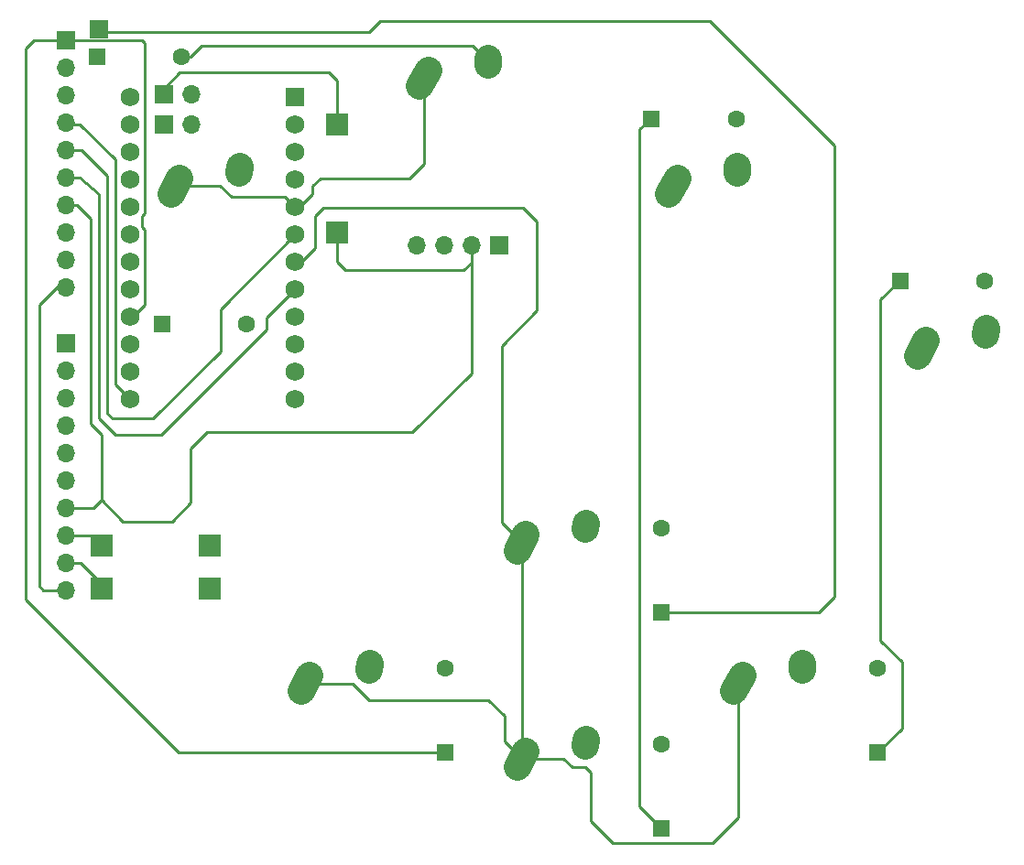
<source format=gbr>
G04 #@! TF.FileFunction,Copper,L2,Bot,Signal*
%FSLAX46Y46*%
G04 Gerber Fmt 4.6, Leading zero omitted, Abs format (unit mm)*
G04 Created by KiCad (PCBNEW 4.0.7) date 12/09/17 16:13:06*
%MOMM*%
%LPD*%
G01*
G04 APERTURE LIST*
%ADD10C,0.100000*%
%ADD11R,1.752600X1.752600*%
%ADD12C,1.752600*%
%ADD13R,1.600000X1.600000*%
%ADD14C,1.600000*%
%ADD15R,1.700000X1.700000*%
%ADD16O,1.700000X1.700000*%
%ADD17C,2.500000*%
%ADD18R,1.998980X1.998980*%
%ADD19C,0.250000*%
G04 APERTURE END LIST*
D10*
D11*
X126120000Y-38530000D03*
D12*
X126120000Y-41070000D03*
X126120000Y-43610000D03*
X126120000Y-46150000D03*
X126120000Y-48690000D03*
X126120000Y-51230000D03*
X126120000Y-53770000D03*
X126120000Y-56310000D03*
X126120000Y-58850000D03*
X126120000Y-61390000D03*
X126120000Y-63930000D03*
X126120000Y-66470000D03*
X110880000Y-66470000D03*
X110880000Y-63930000D03*
X110880000Y-61390000D03*
X110880000Y-58850000D03*
X110880000Y-56310000D03*
X110880000Y-53770000D03*
X110880000Y-51230000D03*
X110880000Y-48690000D03*
X110880000Y-46150000D03*
X110880000Y-43610000D03*
X110880000Y-41070000D03*
X110880000Y-38530000D03*
D13*
X113850000Y-59500000D03*
D14*
X121650000Y-59500000D03*
D13*
X107850000Y-34750000D03*
D14*
X115650000Y-34750000D03*
D13*
X159100000Y-40500000D03*
D14*
X166900000Y-40500000D03*
D13*
X182100000Y-55500000D03*
D14*
X189900000Y-55500000D03*
D13*
X140000000Y-99150000D03*
D14*
X140000000Y-91350000D03*
D13*
X160000000Y-86150000D03*
D14*
X160000000Y-78350000D03*
D13*
X160000000Y-106150000D03*
D14*
X160000000Y-98350000D03*
D13*
X180000000Y-99150000D03*
D14*
X180000000Y-91350000D03*
D15*
X114000000Y-38250000D03*
D16*
X116540000Y-38250000D03*
D15*
X145000000Y-52250000D03*
D16*
X142460000Y-52250000D03*
X139920000Y-52250000D03*
X137380000Y-52250000D03*
D15*
X114000000Y-41000000D03*
D16*
X116540000Y-41000000D03*
D17*
X115500453Y-46000046D02*
X114689547Y-47459954D01*
X121039724Y-44920672D02*
X121000276Y-45499328D01*
X138500453Y-36000046D02*
X137689547Y-37459954D01*
X144039724Y-34920672D02*
X144000276Y-35499328D01*
X161500453Y-46000046D02*
X160689547Y-47459954D01*
X167039724Y-44920672D02*
X167000276Y-45499328D01*
X184500453Y-61000046D02*
X183689547Y-62459954D01*
X190039724Y-59920672D02*
X190000276Y-60499328D01*
X127500453Y-92000046D02*
X126689547Y-93459954D01*
X133039724Y-90920672D02*
X133000276Y-91499328D01*
X147500453Y-79000046D02*
X146689547Y-80459954D01*
X153039724Y-77920672D02*
X153000276Y-78499328D01*
X147500453Y-99000046D02*
X146689547Y-100459954D01*
X153039724Y-97920672D02*
X153000276Y-98499328D01*
X167500453Y-92000046D02*
X166689547Y-93459954D01*
X173039724Y-90920672D02*
X173000276Y-91499328D01*
D15*
X105000000Y-33250000D03*
D16*
X105000000Y-35790000D03*
X105000000Y-38330000D03*
X105000000Y-40870000D03*
X105000000Y-43410000D03*
X105000000Y-45950000D03*
X105000000Y-48490000D03*
X105000000Y-51030000D03*
X105000000Y-53570000D03*
X105000000Y-56110000D03*
D15*
X105000000Y-61250000D03*
D16*
X105000000Y-63790000D03*
X105000000Y-66330000D03*
X105000000Y-68870000D03*
X105000000Y-71410000D03*
X105000000Y-73950000D03*
X105000000Y-76490000D03*
X105000000Y-79030000D03*
X105000000Y-81570000D03*
X105000000Y-84110000D03*
D18*
X118251260Y-84000000D03*
X108248740Y-84000000D03*
X118251260Y-80000000D03*
X108248740Y-80000000D03*
X130000000Y-40998740D03*
X130000000Y-51001260D03*
D15*
X108000000Y-32250000D03*
D19*
X105000000Y-33250000D02*
X102000000Y-33250000D01*
X115400000Y-99150000D02*
X140000000Y-99150000D01*
X101250000Y-85000000D02*
X115400000Y-99150000D01*
X101250000Y-34000000D02*
X101250000Y-85000000D01*
X102000000Y-33250000D02*
X101250000Y-34000000D01*
X112250000Y-51250000D02*
X112250000Y-50750000D01*
X112250000Y-57750000D02*
X112250000Y-51250000D01*
X111150000Y-58850000D02*
X112250000Y-57750000D01*
X112000000Y-33250000D02*
X112250000Y-33500000D01*
X112250000Y-33500000D02*
X112250000Y-49000000D01*
X112000000Y-33250000D02*
X105000000Y-33250000D01*
X112250000Y-49000000D02*
X112250000Y-49000000D01*
X112250000Y-49250000D02*
X112250000Y-49000000D01*
X112000000Y-49500000D02*
X112250000Y-49250000D01*
X112000000Y-50500000D02*
X112000000Y-49500000D01*
X112250000Y-50750000D02*
X112000000Y-50500000D01*
X110880000Y-58850000D02*
X111150000Y-58850000D01*
X115650000Y-34750000D02*
X116500000Y-34750000D01*
X142560000Y-33750000D02*
X144020000Y-35210000D01*
X117500000Y-33750000D02*
X142560000Y-33750000D01*
X116500000Y-34750000D02*
X117500000Y-33750000D01*
X160000000Y-86150000D02*
X174600000Y-86150000D01*
X133000000Y-32500000D02*
X107750000Y-32500000D01*
X134000000Y-31500000D02*
X133000000Y-32500000D01*
X164500000Y-31500000D02*
X134000000Y-31500000D01*
X176000000Y-43000000D02*
X164500000Y-31500000D01*
X176000000Y-84750000D02*
X176000000Y-43000000D01*
X174600000Y-86150000D02*
X176000000Y-84750000D01*
X105000000Y-35790000D02*
X104460000Y-35790000D01*
X159100000Y-40500000D02*
X159000000Y-40500000D01*
X159000000Y-40500000D02*
X158000000Y-41500000D01*
X158000000Y-104150000D02*
X160000000Y-106150000D01*
X158000000Y-41500000D02*
X158000000Y-104150000D01*
X105000000Y-66330000D02*
X104330000Y-66330000D01*
X182100000Y-55500000D02*
X182000000Y-55500000D01*
X182000000Y-55500000D02*
X180250000Y-57250000D01*
X182250000Y-96900000D02*
X180000000Y-99150000D01*
X182250000Y-90750000D02*
X182250000Y-96900000D01*
X180250000Y-88750000D02*
X182250000Y-90750000D01*
X180250000Y-57250000D02*
X180250000Y-88750000D01*
X106250000Y-41000000D02*
X109500000Y-44250000D01*
X105130000Y-41000000D02*
X106250000Y-41000000D01*
X109500000Y-65090000D02*
X110880000Y-66470000D01*
X109500000Y-44250000D02*
X109500000Y-65090000D01*
X105130000Y-41000000D02*
X105000000Y-40870000D01*
X109250000Y-68250000D02*
X108750000Y-67750000D01*
X106410000Y-43410000D02*
X108750000Y-45750000D01*
X109250000Y-68250000D02*
X113000000Y-68250000D01*
X113000000Y-68250000D02*
X119250000Y-62000000D01*
X119250000Y-62000000D02*
X119250000Y-58100000D01*
X126120000Y-51230000D02*
X119250000Y-58100000D01*
X106410000Y-43410000D02*
X105000000Y-43410000D01*
X108750000Y-67750000D02*
X108750000Y-45750000D01*
X108000000Y-47500000D02*
X108000000Y-68250000D01*
X106200000Y-45950000D02*
X108000000Y-47500000D01*
X113750000Y-69750000D02*
X123500000Y-60000000D01*
X123500000Y-60000000D02*
X123500000Y-58930000D01*
X126120000Y-56310000D02*
X123500000Y-58930000D01*
X106200000Y-45950000D02*
X105000000Y-45950000D01*
X109500000Y-69750000D02*
X113750000Y-69750000D01*
X108000000Y-68250000D02*
X109500000Y-69750000D01*
X105000000Y-76490000D02*
X107510000Y-76490000D01*
X107510000Y-76490000D02*
X108250000Y-75750000D01*
X105000000Y-48490000D02*
X105990000Y-48490000D01*
X108250000Y-69750000D02*
X108250000Y-75750000D01*
X107250000Y-68750000D02*
X108250000Y-69750000D01*
X107250000Y-49750000D02*
X107250000Y-68750000D01*
X105990000Y-48490000D02*
X107250000Y-49750000D01*
X142460000Y-52250000D02*
X142460000Y-64040000D01*
X110250000Y-77750000D02*
X108250000Y-75750000D01*
X110250000Y-77750000D02*
X114750000Y-77750000D01*
X114750000Y-77750000D02*
X116500000Y-76000000D01*
X116500000Y-76000000D02*
X116500000Y-71000000D01*
X116500000Y-71000000D02*
X118000000Y-69500000D01*
X118000000Y-69500000D02*
X137000000Y-69500000D01*
X137000000Y-69500000D02*
X142460000Y-64040000D01*
X130000000Y-51001260D02*
X130000000Y-53750000D01*
X142460000Y-53790000D02*
X142460000Y-52250000D01*
X141750000Y-54500000D02*
X142460000Y-53790000D01*
X130750000Y-54500000D02*
X141750000Y-54500000D01*
X130000000Y-53750000D02*
X130750000Y-54500000D01*
X105000000Y-56110000D02*
X104140000Y-56110000D01*
X102860000Y-84110000D02*
X105000000Y-84110000D01*
X102500000Y-83750000D02*
X102860000Y-84110000D01*
X102500000Y-57750000D02*
X102500000Y-83750000D01*
X104140000Y-56110000D02*
X102500000Y-57750000D01*
X105000000Y-79030000D02*
X107278740Y-79030000D01*
X107278740Y-79030000D02*
X108248740Y-80000000D01*
X105000000Y-81570000D02*
X106320000Y-81570000D01*
X106320000Y-81570000D02*
X108248740Y-83498740D01*
X108248740Y-83498740D02*
X108248740Y-84000000D01*
X114000000Y-38250000D02*
X114000000Y-37750000D01*
X114000000Y-37750000D02*
X115500000Y-36250000D01*
X130000000Y-37000000D02*
X130000000Y-40998740D01*
X129250000Y-36250000D02*
X130000000Y-37000000D01*
X115500000Y-36250000D02*
X129250000Y-36250000D01*
X126120000Y-48690000D02*
X126560000Y-48690000D01*
X126560000Y-48690000D02*
X127750000Y-47500000D01*
X138095000Y-44655000D02*
X138095000Y-36730000D01*
X136750000Y-46000000D02*
X138095000Y-44655000D01*
X128500000Y-46000000D02*
X136750000Y-46000000D01*
X127750000Y-46750000D02*
X128500000Y-46000000D01*
X127750000Y-47500000D02*
X127750000Y-46750000D01*
X115095000Y-46730000D02*
X119230000Y-46730000D01*
X125180000Y-47750000D02*
X126120000Y-48690000D01*
X120250000Y-47750000D02*
X125180000Y-47750000D01*
X119230000Y-46730000D02*
X120250000Y-47750000D01*
X147095000Y-99730000D02*
X150980000Y-99730000D01*
X167095000Y-105155000D02*
X167095000Y-92730000D01*
X164750000Y-107500000D02*
X167095000Y-105155000D01*
X155500000Y-107500000D02*
X164750000Y-107500000D01*
X153500000Y-105500000D02*
X155500000Y-107500000D01*
X153500000Y-101000000D02*
X153500000Y-105500000D01*
X153000000Y-100500000D02*
X153500000Y-101000000D01*
X151750000Y-100500000D02*
X153000000Y-100500000D01*
X150980000Y-99730000D02*
X151750000Y-100500000D01*
X127095000Y-92730000D02*
X131480000Y-92730000D01*
X145500000Y-98135000D02*
X147095000Y-99730000D01*
X145500000Y-95750000D02*
X145500000Y-98135000D01*
X144000000Y-94250000D02*
X145500000Y-95750000D01*
X133000000Y-94250000D02*
X144000000Y-94250000D01*
X131480000Y-92730000D02*
X133000000Y-94250000D01*
X147095000Y-79730000D02*
X147095000Y-99730000D01*
X126120000Y-53770000D02*
X126730000Y-53770000D01*
X126730000Y-53770000D02*
X128000000Y-52500000D01*
X128000000Y-52500000D02*
X128000000Y-49500000D01*
X128000000Y-49500000D02*
X128750000Y-48750000D01*
X128750000Y-48750000D02*
X147250000Y-48750000D01*
X147250000Y-48750000D02*
X148500000Y-50000000D01*
X148500000Y-50000000D02*
X148500000Y-58250000D01*
X148500000Y-58250000D02*
X145250000Y-61500000D01*
X145250000Y-61500000D02*
X145250000Y-77885000D01*
X145250000Y-77885000D02*
X147095000Y-79730000D01*
M02*

</source>
